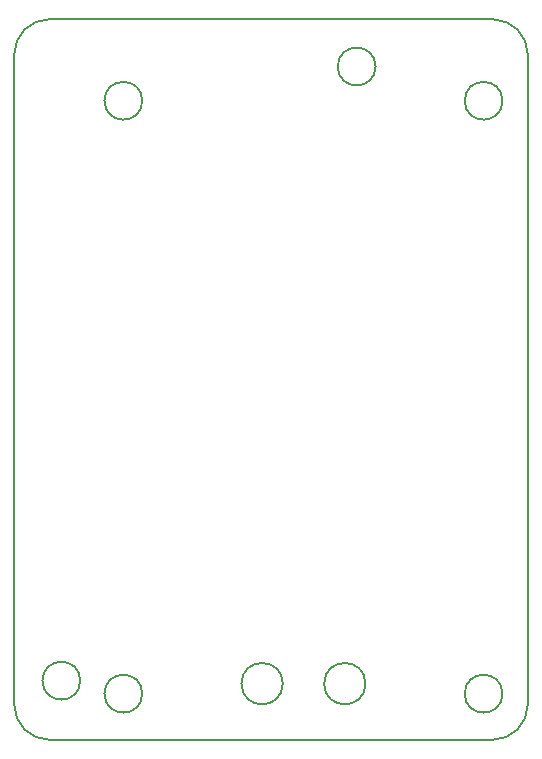
<source format=gbr>
G04 #@! TF.GenerationSoftware,KiCad,Pcbnew,(5.0.1)-3*
G04 #@! TF.CreationDate,2018-11-09T14:35:38+01:00*
G04 #@! TF.ProjectId,power_stalker_esp,706F7765725F7374616C6B65725F6573,rev?*
G04 #@! TF.SameCoordinates,Original*
G04 #@! TF.FileFunction,Profile,NP*
%FSLAX46Y46*%
G04 Gerber Fmt 4.6, Leading zero omitted, Abs format (unit mm)*
G04 Created by KiCad (PCBNEW (5.0.1)-3) date 09-Nov-18 14:35:38*
%MOMM*%
%LPD*%
G01*
G04 APERTURE LIST*
%ADD10C,0.200000*%
%ADD11C,0.150000*%
G04 APERTURE END LIST*
D10*
X75500000Y-71000000D02*
G75*
G02X78500000Y-68000000I3000000J0D01*
G01*
X116000000Y-68000000D02*
G75*
G02X119000000Y-71000000I0J-3000000D01*
G01*
X78500000Y-129000000D02*
G75*
G02X75500000Y-126000000I0J3000000D01*
G01*
X119000000Y-126000000D02*
G75*
G02X116000000Y-129000000I-3000000J0D01*
G01*
X78500000Y-129000000D02*
X116000000Y-129000000D01*
X105250000Y-124250000D02*
G75*
G03X105250000Y-124250000I-1750000J0D01*
G01*
X98250000Y-124250000D02*
G75*
G03X98250000Y-124250000I-1750000J0D01*
G01*
X75500000Y-126000000D02*
X75500000Y-71000000D01*
X119000000Y-71000000D02*
X119000000Y-126000000D01*
X78500000Y-68000000D02*
X116000000Y-68000000D01*
X106100000Y-72000000D02*
G75*
G03X106100000Y-72000000I-1600000J0D01*
G01*
X81100000Y-124000000D02*
G75*
G03X81100000Y-124000000I-1600000J0D01*
G01*
D11*
X116850000Y-125100000D02*
G75*
G03X116850000Y-125100000I-1600000J0D01*
G01*
X86350000Y-125100000D02*
G75*
G03X86350000Y-125100000I-1600000J0D01*
G01*
X116850000Y-74900000D02*
G75*
G03X116850000Y-74900000I-1600000J0D01*
G01*
X86350000Y-74900000D02*
G75*
G03X86350000Y-74900000I-1600000J0D01*
G01*
M02*

</source>
